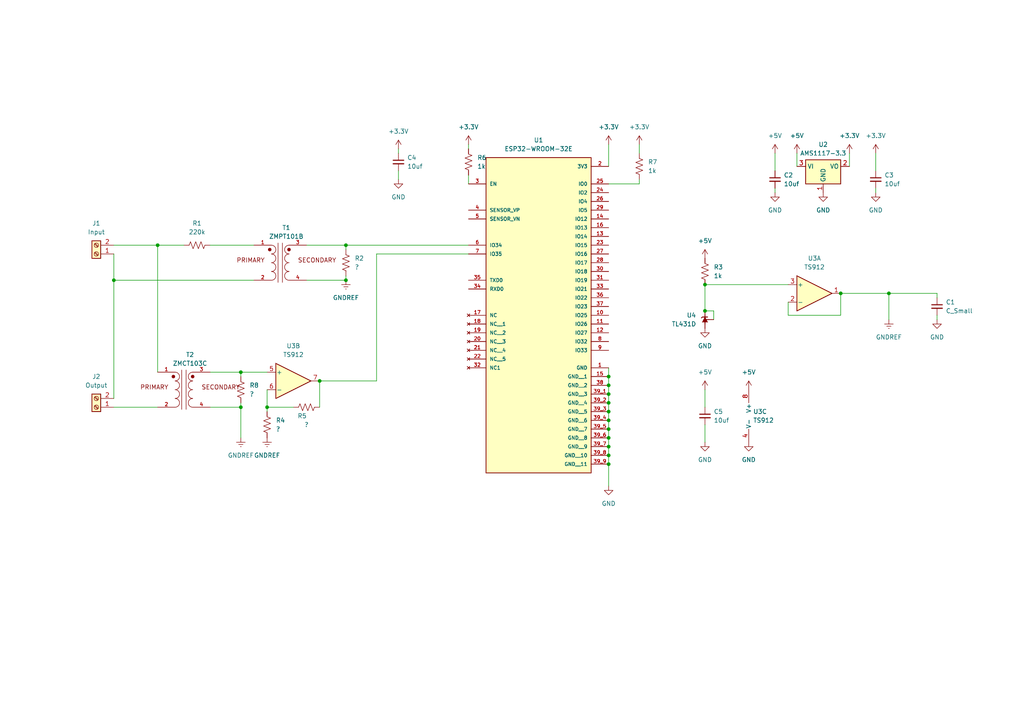
<source format=kicad_sch>
(kicad_sch (version 20230121) (generator eeschema)
  (paper "A4")
  (lib_symbols
    (symbol "Amplifier_Operational:TS912" (pin_names (offset 0.127))
      (property "Reference" "U" (at 0 5.08 0))
      (property "Value" "TS912" (at 0 -5.08 0))
      (symbol "TS912_1_1"
        (polyline (pts (xy -5.08 5.08) (xy 5.08 0) (xy -5.08 -5.08) (xy -5.08 5.08)) (stroke (width 0.254)) (fill (type background)))
        (pin output line (at 7.62 0 180) (length 2.54) (name "~") (number "1"))
        (pin input line (at -7.62 -2.54 0) (length 2.54) (name "-") (number "2"))
        (pin input line (at -7.62 2.54 0) (length 2.54) (name "+") (number "3"))
      )
      (symbol "TS912_2_1"
        (polyline (pts (xy -5.08 5.08) (xy 5.08 0) (xy -5.08 -5.08) (xy -5.08 5.08)) (stroke (width 0.254)) (fill (type background)))
        (pin input line (at -7.62 2.54 0) (length 2.54) (name "+") (number "5"))
        (pin input line (at -7.62 -2.54 0) (length 2.54) (name "-") (number "6"))
        (pin output line (at 7.62 0 180) (length 2.54) (name "~") (number "7"))
      )
      (symbol "TS912_3_1"
        (pin power_in line (at -2.54 -7.62 90) (length 3.81) (name "V-") (number "4"))
        (pin power_in line (at -2.54 7.62 270) (length 3.81) (name "V+") (number "8"))
      )
    )
    (symbol "Connector:Screw_Terminal_01x02" (pin_names (offset 1.016) hide)
      (property "Reference" "J" (at 0 2.54 0))
      (property "Value" "Screw_Terminal_01x02" (at 0 -5.08 0))
      (symbol "Screw_Terminal_01x02_1_1"
        (rectangle (start -1.27 1.27) (end 1.27 -3.81) (stroke (width 0.254)) (fill (type background)))
        (circle (center 0 -2.54) (radius 0.635) (stroke (width 0.1524)))
        (polyline (pts (xy -0.5334 -2.2098) (xy 0.3302 -3.048)) (stroke (width 0.1524)))
        (polyline (pts (xy -0.5334 0.3302) (xy 0.3302 -0.508)) (stroke (width 0.1524)))
        (polyline (pts (xy -0.3556 -2.032) (xy 0.508 -2.8702)) (stroke (width 0.1524)))
        (polyline (pts (xy -0.3556 0.508) (xy 0.508 -0.3302)) (stroke (width 0.1524)))
        (circle (center 0 0) (radius 0.635) (stroke (width 0.1524)))
        (pin passive line (at -5.08 0 0) (length 3.81) (name "Pin_1") (number "1"))
        (pin passive line (at -5.08 -2.54 0) (length 3.81) (name "Pin_2") (number "2"))
      )
    )
    (symbol "Device:C_Small" (pin_numbers hide) (pin_names (offset 0.254) hide)
      (property "Reference" "C" (at 0.254 1.778 0))
      (property "Value" "C_Small" (at 0.254 -2.032 0))
      (symbol "C_Small_0_1"
        (polyline (pts (xy -1.524 -0.508) (xy 1.524 -0.508)) (stroke (width 0.3302)))
        (polyline (pts (xy -1.524 0.508) (xy 1.524 0.508)) (stroke (width 0.3048)))
      )
      (symbol "C_Small_1_1"
        (pin passive line (at 0 2.54 270) (length 2.032) (name "~") (number "1"))
        (pin passive line (at 0 -2.54 90) (length 2.032) (name "~") (number "2"))
      )
    )
    (symbol "Device:R_US" (pin_numbers hide) (pin_names (offset 0))
      (property "Reference" "R" (at 2.54 0 90))
      (property "Value" "R_US" (at -2.54 0 90))
      (symbol "R_US_0_1"
        (polyline (pts (xy 0 -2.286) (xy 0 -2.54)))
        (polyline (pts (xy 0 2.286) (xy 0 2.54)))
        (polyline (pts (xy 0 -0.762) (xy 1.016 -1.143) (xy 0 -1.524) (xy -1.016 -1.905) (xy 0 -2.286)))
        (polyline (pts (xy 0 0.762) (xy 1.016 0.381) (xy 0 0) (xy -1.016 -0.381) (xy 0 -0.762)))
        (polyline (pts (xy 0 2.286) (xy 1.016 1.905) (xy 0 1.524) (xy -1.016 1.143) (xy 0 0.762)))
      )
      (symbol "R_US_1_1"
        (pin passive line (at 0 3.81 270) (length 1.27) (name "~") (number "1"))
        (pin passive line (at 0 -3.81 90) (length 1.27) (name "~") (number "2"))
      )
    )
    (symbol "ESP32-WROOM-32E__16MB_:ESP32-WROOM-32E" (pin_names (offset 1.016))
      (property "Reference" "U" (at -15.24 33.909 0))
      (property "Value" "ESP32-WROOM-32E" (at -15.24 -60.96 0))
      (symbol "ESP32-WROOM-32E_0_0"
        (rectangle (start -15.24 -58.42) (end 15.24 33.02) (stroke (width 0.254)) (fill (type background)))
        (pin power_in line (at 20.32 -27.94 180) (length 5.08) (name "GND") (number "1"))
        (pin bidirectional line (at 20.32 -12.7 180) (length 5.08) (name "IO25") (number "10"))
        (pin bidirectional line (at 20.32 -15.24 180) (length 5.08) (name "IO26") (number "11"))
        (pin bidirectional line (at 20.32 -17.78 180) (length 5.08) (name "IO27") (number "12"))
        (pin bidirectional line (at 20.32 10.16 180) (length 5.08) (name "IO14") (number "13"))
        (pin bidirectional line (at 20.32 15.24 180) (length 5.08) (name "IO12") (number "14"))
        (pin power_in line (at 20.32 -30.48 180) (length 5.08) (name "GND__1") (number "15"))
        (pin bidirectional line (at 20.32 12.7 180) (length 5.08) (name "IO13") (number "16"))
        (pin no_connect line (at -20.32 -12.7 0) (length 5.08) (name "NC") (number "17"))
        (pin no_connect line (at -20.32 -15.24 0) (length 5.08) (name "NC__1") (number "18"))
        (pin no_connect line (at -20.32 -17.78 0) (length 5.08) (name "NC__2") (number "19"))
        (pin power_in line (at 20.32 30.48 180) (length 5.08) (name "3V3") (number "2"))
        (pin no_connect line (at -20.32 -20.32 0) (length 5.08) (name "NC__3") (number "20"))
        (pin no_connect line (at -20.32 -22.86 0) (length 5.08) (name "NC__4") (number "21"))
        (pin no_connect line (at -20.32 -25.4 0) (length 5.08) (name "NC__5") (number "22"))
        (pin bidirectional line (at 20.32 7.62 180) (length 5.08) (name "IO15") (number "23"))
        (pin bidirectional line (at 20.32 22.86 180) (length 5.08) (name "IO2") (number "24"))
        (pin bidirectional line (at 20.32 25.4 180) (length 5.08) (name "IO0") (number "25"))
        (pin bidirectional line (at 20.32 20.32 180) (length 5.08) (name "IO4") (number "26"))
        (pin bidirectional line (at 20.32 5.08 180) (length 5.08) (name "IO16") (number "27"))
        (pin bidirectional line (at 20.32 2.54 180) (length 5.08) (name "IO17") (number "28"))
        (pin bidirectional line (at 20.32 17.78 180) (length 5.08) (name "IO5") (number "29"))
        (pin input line (at -20.32 25.4 0) (length 5.08) (name "EN") (number "3"))
        (pin bidirectional line (at 20.32 0 180) (length 5.08) (name "IO18") (number "30"))
        (pin bidirectional line (at 20.32 -2.54 180) (length 5.08) (name "IO19") (number "31"))
        (pin no_connect line (at -20.32 -27.94 0) (length 5.08) (name "NC1") (number "32"))
        (pin bidirectional line (at 20.32 -5.08 180) (length 5.08) (name "IO21") (number "33"))
        (pin bidirectional line (at -20.32 -5.08 0) (length 5.08) (name "RXD0") (number "34"))
        (pin bidirectional line (at -20.32 -2.54 0) (length 5.08) (name "TXD0") (number "35"))
        (pin bidirectional line (at 20.32 -7.62 180) (length 5.08) (name "IO22") (number "36"))
        (pin bidirectional line (at 20.32 -10.16 180) (length 5.08) (name "IO23") (number "37"))
        (pin power_in line (at 20.32 -33.02 180) (length 5.08) (name "GND__2") (number "38"))
        (pin power_in line (at 20.32 -35.56 180) (length 5.08) (name "GND__3") (number "39_1"))
        (pin power_in line (at 20.32 -38.1 180) (length 5.08) (name "GND__4") (number "39_2"))
        (pin power_in line (at 20.32 -40.64 180) (length 5.08) (name "GND__5") (number "39_3"))
        (pin power_in line (at 20.32 -43.18 180) (length 5.08) (name "GND__6") (number "39_4"))
        (pin power_in line (at 20.32 -45.72 180) (length 5.08) (name "GND__7") (number "39_5"))
        (pin power_in line (at 20.32 -48.26 180) (length 5.08) (name "GND__8") (number "39_6"))
        (pin power_in line (at 20.32 -50.8 180) (length 5.08) (name "GND__9") (number "39_7"))
        (pin power_in line (at 20.32 -53.34 180) (length 5.08) (name "GND__10") (number "39_8"))
        (pin power_in line (at 20.32 -55.88 180) (length 5.08) (name "GND__11") (number "39_9"))
        (pin input line (at -20.32 17.78 0) (length 5.08) (name "SENSOR_VP") (number "4"))
        (pin input line (at -20.32 15.24 0) (length 5.08) (name "SENSOR_VN") (number "5"))
        (pin input line (at -20.32 7.62 0) (length 5.08) (name "IO34") (number "6"))
        (pin input line (at -20.32 5.08 0) (length 5.08) (name "IO35") (number "7"))
        (pin bidirectional line (at 20.32 -20.32 180) (length 5.08) (name "IO32") (number "8"))
        (pin bidirectional line (at 20.32 -22.86 180) (length 5.08) (name "IO33") (number "9"))
      )
    )
    (symbol "Reference_Voltage:TL431D" (pin_numbers hide) (pin_names hide)
      (property "Reference" "U" (at 0 -2.54 0))
      (property "Value" "TL431D" (at 0 -4.445 0))
      (symbol "TL431D_0_1"
        (polyline (pts (xy -1.27 0) (xy 0 0) (xy 1.27 0)))
        (polyline (pts (xy -0.762 0.762) (xy 0.762 0) (xy -0.762 -0.762)) (fill (type outline)))
        (polyline (pts (xy 0.508 -1.016) (xy 0.762 -0.762) (xy 0.762 0.762) (xy 0.762 0.762)) (stroke (width 0.254)))
      )
      (symbol "TL431D_1_1"
        (polyline (pts (xy 0 1.27) (xy 0 0)))
        (pin passive line (at 2.54 0 180) (length 2.54) (name "K") (number "1"))
        (pin passive line (at -2.54 0 0) (length 2.54) (name "A") (number "2"))
        (pin passive line (at -2.54 0 0) (length 2.54) hide (name "A") (number "3"))
        (pin passive line (at -2.54 0 0) (length 2.54) hide (name "A") (number "6"))
        (pin passive line (at -2.54 0 0) (length 2.54) hide (name "A") (number "7"))
        (pin passive line (at 0 2.54 270) (length 2.54) (name "REF") (number "8"))
      )
    )
    (symbol "Regulator_Linear:AMS1117-3.3"
      (property "Reference" "U" (at -3.81 3.175 0))
      (property "Value" "AMS1117-3.3" (at 0 3.175 0))
      (symbol "AMS1117-3.3_0_1"
        (rectangle (start -5.08 -5.08) (end 5.08 1.905) (stroke (width 0.254)) (fill (type background)))
      )
      (symbol "AMS1117-3.3_1_1"
        (pin power_in line (at 0 -7.62 90) (length 2.54) (name "GND") (number "1"))
        (pin power_out line (at 7.62 0 180) (length 2.54) (name "VO") (number "2"))
        (pin power_in line (at -7.62 0 0) (length 2.54) (name "VI") (number "3"))
      )
    )
    (symbol "ZMPT101B:ZMPT101B" (pin_names (offset 1.016))
      (property "Reference" "T" (at -5.0839 7.6279 0))
      (property "Value" "ZMPT101B" (at -5.0814 -7.6227 0))
      (symbol "ZMPT101B_0_0"
        (circle (center -3.048 3.81) (radius 0.254) (stroke (width 0.508)))
        (arc (start -2.54 -5.08) (mid -1.2755 -3.81) (end -2.54 -2.54) (stroke (width 0.1524)))
        (arc (start -2.54 -2.54) (mid -1.2755 -1.27) (end -2.54 0) (stroke (width 0.1524)))
        (arc (start -2.54 0) (mid -1.2755 1.27) (end -2.54 2.54) (stroke (width 0.1524)))
        (arc (start -2.54 2.54) (mid -1.2755 3.81) (end -2.54 5.08) (stroke (width 0.1524)))
        (polyline (pts (xy -0.635 5.715) (xy -0.635 -5.715)) (stroke (width 0.1524)))
        (polyline (pts (xy 0.635 5.715) (xy 0.635 -5.715)) (stroke (width 0.1524)))
        (arc (start 2.54 -2.54) (mid 1.2755 -3.81) (end 2.54 -5.08) (stroke (width 0.1524)))
        (arc (start 2.54 0) (mid 1.2755 -1.27) (end 2.54 -2.54) (stroke (width 0.1524)))
        (arc (start 2.54 2.54) (mid 1.2755 1.27) (end 2.54 0) (stroke (width 0.1524)))
        (circle (center 2.54 3.81) (radius 0.254) (stroke (width 0.508)))
        (arc (start 2.54 5.08) (mid 1.2755 3.81) (end 2.54 2.54) (stroke (width 0.1524)))
        (text "PRIMARY" (at -12.7 0 0) (effects (font (size 1.27 1.27)) (justify left bottom)))
        (text "SECONDARY" (at 5.08 0 0) (effects (font (size 1.27 1.27)) (justify left bottom)))
        (pin passive line (at -7.62 5.08 0) (length 5.08) (name "~") (number "1"))
        (pin passive line (at -7.62 -5.08 0) (length 5.08) (name "~") (number "2"))
        (pin passive line (at 7.62 5.08 180) (length 5.08) (name "~") (number "3"))
        (pin passive line (at 7.62 -5.08 180) (length 5.08) (name "~") (number "4"))
      )
    )
    (symbol "power:+3.3V" (power) (pin_names (offset 0))
      (property "Value" "+3.3V" (at 0 3.556 0))
      (symbol "+3.3V_0_1"
        (polyline (pts (xy -0.762 1.27) (xy 0 2.54)))
        (polyline (pts (xy 0 0) (xy 0 2.54)))
        (polyline (pts (xy 0 2.54) (xy 0.762 1.27)))
      )
      (symbol "+3.3V_1_1"
        (pin power_in line (at 0 0 90) (length 0) hide (name "+3.3V") (number "1"))
      )
    )
    (symbol "power:+5V" (power) (pin_names (offset 0))
      (property "Value" "+5V" (at 0 3.556 0))
      (symbol "+5V_0_1"
        (polyline (pts (xy -0.762 1.27) (xy 0 2.54)))
        (polyline (pts (xy 0 0) (xy 0 2.54)))
        (polyline (pts (xy 0 2.54) (xy 0.762 1.27)))
      )
      (symbol "+5V_1_1"
        (pin power_in line (at 0 0 90) (length 0) hide (name "+5V") (number "1"))
      )
    )
    (symbol "power:GND" (power) (pin_names (offset 0))
      (property "Value" "GND" (at 0 -3.81 0))
      (symbol "GND_0_1"
        (polyline (pts (xy 0 0) (xy 0 -1.27) (xy 1.27 -1.27) (xy 0 -2.54) (xy -1.27 -1.27) (xy 0 -1.27)))
      )
      (symbol "GND_1_1"
        (pin power_in line (at 0 0 270) (length 0) hide (name "GND") (number "1"))
      )
    )
    (symbol "power:GNDREF" (power) (pin_names (offset 0))
      (property "Value" "GNDREF" (at 0 -3.81 0))
      (symbol "GNDREF_0_1"
        (polyline (pts (xy -0.635 -1.905) (xy 0.635 -1.905)))
        (polyline (pts (xy -0.127 -2.54) (xy 0.127 -2.54)))
        (polyline (pts (xy 0 -1.27) (xy 0 0)))
        (polyline (pts (xy 1.27 -1.27) (xy -1.27 -1.27)))
      )
      (symbol "GNDREF_1_1"
        (pin power_in line (at 0 0 270) (length 0) hide (name "GNDREF") (number "1"))
      )
    )
  )
  (junction (at 243.84 85.09))
  (junction (at 176.53 114.3))
  (junction (at 176.53 132.08))
  (junction (at 92.71 110.49))
  (junction (at 100.33 71.12))
  (junction (at 69.85 118.11))
  (junction (at 176.53 109.22))
  (junction (at 33.02 81.28))
  (junction (at 176.53 121.92))
  (junction (at 45.72 71.12))
  (junction (at 204.47 90.17))
  (junction (at 77.47 118.11))
  (junction (at 69.85 107.95))
  (junction (at 176.53 119.38))
  (junction (at 257.81 85.09))
  (junction (at 100.33 81.28))
  (junction (at 176.53 134.62))
  (junction (at 176.53 127))
  (junction (at 204.47 82.55))
  (junction (at 176.53 111.76))
  (junction (at 176.53 124.46))
  (junction (at 176.53 129.54))
  (junction (at 176.53 116.84))
  (wire (pts (xy 77.47 118.11) (xy 77.47 119.38)))
  (wire (pts (xy 100.33 71.12) (xy 135.89 71.12)))
  (wire (pts (xy 33.02 115.57) (xy 33.02 81.28)))
  (wire (pts (xy 204.47 82.55) (xy 204.47 90.17)))
  (wire (pts (xy 92.71 110.49) (xy 92.71 118.11)))
  (wire (pts (xy 135.89 73.66) (xy 109.22 73.66)))
  (wire (pts (xy 207.01 92.71) (xy 207.01 90.17)))
  (wire (pts (xy 176.53 132.08) (xy 176.53 134.62)))
  (wire (pts (xy 69.85 107.95) (xy 77.47 107.95)))
  (wire (pts (xy 77.47 113.03) (xy 77.47 118.11)))
  (wire (pts (xy 100.33 71.12) (xy 100.33 72.39)))
  (wire (pts (xy 115.57 49.53) (xy 115.57 52.07)))
  (wire (pts (xy 45.72 71.12) (xy 45.72 107.95)))
  (wire (pts (xy 176.53 116.84) (xy 176.53 119.38)))
  (wire (pts (xy 254 44.45) (xy 254 49.53)))
  (wire (pts (xy 60.96 118.11) (xy 69.85 118.11)))
  (wire (pts (xy 69.85 118.11) (xy 69.85 127)))
  (wire (pts (xy 224.79 44.45) (xy 224.79 49.53)))
  (wire (pts (xy 33.02 73.66) (xy 33.02 81.28)))
  (wire (pts (xy 176.53 111.76) (xy 176.53 114.3)))
  (wire (pts (xy 88.9 71.12) (xy 100.33 71.12)))
  (wire (pts (xy 135.89 41.91) (xy 135.89 43.18)))
  (wire (pts (xy 176.53 124.46) (xy 176.53 127)))
  (wire (pts (xy 135.89 50.8) (xy 135.89 53.34)))
  (wire (pts (xy 243.84 91.44) (xy 243.84 85.09)))
  (wire (pts (xy 185.42 41.91) (xy 185.42 44.45)))
  (wire (pts (xy 109.22 110.49) (xy 92.71 110.49)))
  (wire (pts (xy 204.47 123.19) (xy 204.47 128.27)))
  (wire (pts (xy 176.53 114.3) (xy 176.53 116.84)))
  (wire (pts (xy 185.42 53.34) (xy 185.42 52.07)))
  (wire (pts (xy 115.57 43.18) (xy 115.57 44.45)))
  (wire (pts (xy 176.53 119.38) (xy 176.53 121.92)))
  (wire (pts (xy 176.53 41.91) (xy 176.53 48.26)))
  (wire (pts (xy 257.81 85.09) (xy 257.81 92.71)))
  (wire (pts (xy 176.53 109.22) (xy 176.53 111.76)))
  (wire (pts (xy 69.85 107.95) (xy 69.85 109.22)))
  (wire (pts (xy 204.47 82.55) (xy 228.6 82.55)))
  (wire (pts (xy 109.22 73.66) (xy 109.22 110.49)))
  (wire (pts (xy 69.85 116.84) (xy 69.85 118.11)))
  (wire (pts (xy 271.78 86.36) (xy 271.78 85.09)))
  (wire (pts (xy 88.9 81.28) (xy 100.33 81.28)))
  (wire (pts (xy 33.02 118.11) (xy 45.72 118.11)))
  (wire (pts (xy 176.53 106.68) (xy 176.53 109.22)))
  (wire (pts (xy 224.79 54.61) (xy 224.79 55.88)))
  (wire (pts (xy 33.02 71.12) (xy 45.72 71.12)))
  (wire (pts (xy 60.96 107.95) (xy 69.85 107.95)))
  (wire (pts (xy 33.02 81.28) (xy 73.66 81.28)))
  (wire (pts (xy 176.53 53.34) (xy 185.42 53.34)))
  (wire (pts (xy 207.01 90.17) (xy 204.47 90.17)))
  (wire (pts (xy 271.78 85.09) (xy 257.81 85.09)))
  (wire (pts (xy 176.53 129.54) (xy 176.53 132.08)))
  (wire (pts (xy 77.47 118.11) (xy 85.09 118.11)))
  (wire (pts (xy 176.53 127) (xy 176.53 129.54)))
  (wire (pts (xy 176.53 121.92) (xy 176.53 124.46)))
  (wire (pts (xy 257.81 85.09) (xy 243.84 85.09)))
  (wire (pts (xy 204.47 113.03) (xy 204.47 118.11)))
  (wire (pts (xy 228.6 91.44) (xy 243.84 91.44)))
  (wire (pts (xy 60.96 71.12) (xy 73.66 71.12)))
  (wire (pts (xy 176.53 134.62) (xy 176.53 140.97)))
  (wire (pts (xy 231.14 44.45) (xy 231.14 48.26)))
  (wire (pts (xy 254 54.61) (xy 254 55.88)))
  (wire (pts (xy 228.6 87.63) (xy 228.6 91.44)))
  (wire (pts (xy 100.33 81.28) (xy 100.33 80.01)))
  (wire (pts (xy 271.78 92.71) (xy 271.78 91.44)))
  (wire (pts (xy 45.72 71.12) (xy 53.34 71.12)))
  (wire (pts (xy 246.38 44.45) (xy 246.38 48.26)))
  (symbol (lib_id "power:GND") (at 217.17 128.27 0) (unit 1)
    (property "Reference" "#PWR06" (effects hide))
    (property "Value" "GND" (at 217.17 133.35 0))
  )
  (symbol (lib_id "power:GNDREF") (at 257.81 92.71 0) (unit 1)
    (property "Reference" "#PWR010" (effects hide))
    (property "Value" "GNDREF" (at 257.81 97.79 0))
  )
  (symbol (lib_id "power:GND") (at 254 55.88 0) (unit 1)
    (property "Reference" "#PWR019" (effects hide))
    (property "Value" "GND" (at 254 60.96 0))
  )
  (symbol (lib_id "Device:R_US") (at 100.33 76.2 0) (unit 1)
    (property "Reference" "R2" (at 102.87 74.93 0) (effects (justify left)))
    (property "Value" "?" (at 102.87 77.47 0) (effects (justify left)))
  )
  (symbol (lib_id "Amplifier_Operational:TS912") (at 236.22 85.09 0) (unit 1)
    (property "Reference" "U3" (at 236.22 74.93 0))
    (property "Value" "TS912" (at 236.22 77.47 0))
    (property "Datasheet" "www.st.com/resource/en/datasheet/ts912.pdf" (effects hide))
  )
  (symbol (lib_id "power:GND") (at 115.57 52.07 0) (unit 1)
    (property "Reference" "#PWR021" (effects hide))
    (property "Value" "GND" (at 115.57 57.15 0))
  )
  (symbol (lib_id "power:+3.3V") (at 115.57 43.18 0) (unit 1)
    (property "Reference" "#PWR020" (effects hide))
    (property "Value" "+3.3V" (at 115.57 38.1 0))
  )
  (symbol (lib_id "Amplifier_Operational:TS912") (at 85.09 110.49 0) (unit 2)
    (property "Reference" "U3" (at 85.09 100.33 0))
    (property "Value" "TS912" (at 85.09 102.87 0))
    (property "Datasheet" "www.st.com/resource/en/datasheet/ts912.pdf" (effects hide))
  )
  (symbol (lib_id "Regulator_Linear:AMS1117-3.3") (at 238.76 48.26 0) (unit 1)
    (property "Reference" "U2" (at 238.76 41.91 0))
    (property "Value" "AMS1117-3.3" (at 238.76 44.45 0))
    (property "Footprint" "Package_TO_SOT_SMD:SOT-223-3_TabPin2" (effects hide))
    (property "Datasheet" "http://www.advanced-monolithic.com/pdf/ds1117.pdf" (effects hide))
  )
  (symbol (lib_id "power:+5V") (at 224.79 44.45 0) (unit 1)
    (property "Reference" "#PWR017" (effects hide))
    (property "Value" "+5V" (at 224.79 39.37 0))
  )
  (symbol (lib_id "power:+5V") (at 231.14 44.45 0) (unit 1)
    (property "Reference" "#PWR05" (effects hide))
    (property "Value" "+5V" (at 231.14 39.37 0))
  )
  (symbol (lib_id "power:+3.3V") (at 254 44.45 0) (unit 1)
    (property "Reference" "#PWR018" (effects hide))
    (property "Value" "+3.3V" (at 254 39.37 0))
  )
  (symbol (lib_id "power:+3.3V") (at 135.89 41.91 0) (unit 1)
    (property "Reference" "#PWR013" (effects hide))
    (property "Value" "+3.3V" (at 135.89 36.83 0))
  )
  (symbol (lib_id "power:GND") (at 271.78 92.71 0) (unit 1)
    (property "Reference" "#PWR022" (effects hide))
    (property "Value" "GND" (at 271.78 97.79 0))
  )
  (symbol (lib_id "Device:C_Small") (at 254 52.07 0) (unit 1)
    (property "Reference" "C3" (at 256.54 50.8063 0) (effects (justify left)))
    (property "Value" "10uf" (at 256.54 53.3463 0) (effects (justify left)))
  )
  (symbol (lib_id "power:GNDREF") (at 77.47 127 0) (unit 1)
    (property "Reference" "#PWR012" (effects hide))
    (property "Value" "GNDREF" (at 77.47 132.08 0))
  )
  (symbol (lib_id "power:+5V") (at 204.47 74.93 0) (unit 1)
    (property "Reference" "#PWR03" (effects hide))
    (property "Value" "+5V" (at 204.47 69.85 0))
  )
  (symbol (lib_id "power:+5V") (at 204.47 113.03 0) (unit 1)
    (property "Reference" "#PWR023" (effects hide))
    (property "Value" "+5V" (at 204.47 107.95 0))
  )
  (symbol (lib_id "Connector:Screw_Terminal_01x02") (at 27.94 118.11 180) (unit 1)
    (property "Reference" "J2" (at 27.94 109.22 0))
    (property "Value" "Output" (at 27.94 111.76 0))
  )
  (symbol (lib_id "power:+3.3V") (at 176.53 41.91 0) (unit 1)
    (property "Reference" "#PWR09" (effects hide))
    (property "Value" "+3.3V" (at 176.53 36.83 0))
  )
  (symbol (lib_id "Device:R_US") (at 57.15 71.12 90) (unit 1)
    (property "Reference" "R1" (at 57.15 64.77 90))
    (property "Value" "220k" (at 57.15 67.31 90))
  )
  (symbol (lib_id "ESP32-WROOM-32E__16MB_:ESP32-WROOM-32E") (at 156.21 78.74 0) (unit 1)
    (property "Reference" "U1" (at 156.21 40.64 0))
    (property "Value" "ESP32-WROOM-32E" (at 156.21 43.18 0))
    (property "Footprint" "ESP32-WROOM-32E__16MB_:XCVR_ESP32-WROOM-32E__16MB_" (effects hide))
    (property "MF" "Espressif Systems" (effects hide))
    (property "MAXIMUM_PACKAGE_HEIGHT" "3.25mm" (effects hide))
    (property "Package" "SMD-44 Espressif Systems" (effects hide))
    (property "Price" "None" (effects hide))
    (property "Check_prices" "https://www.snapeda.com/parts/ESP32-WROOM-32E%20(16MB)/Espressif+Systems/view-part/?ref=eda" (effects hide))
    (property "STANDARD" "Manufacturer Recommendations" (effects hide))
    (property "PARTREV" "1.4" (effects hide))
    (property "SnapEDA_Link" "https://www.snapeda.com/parts/ESP32-WROOM-32E%20(16MB)/Espressif+Systems/view-part/?ref=snap" (effects hide))
    (property "MP" "ESP32-WROOM-32E (16MB)" (effects hide))
    (property "Description" "\nBluetooth, WiFi 802.11b/g/n, Bluetooth v4.2 +EDR, Class 1, 2 and 3 Transceiver Module 2.4GHz ~ 2.5GHz Integrated, Trace Surface Mount\n" (effects hide))
    (property "Availability" "Not in stock" (effects hide))
    (property "MANUFACTURER" "Espressif Systems" (effects hide))
  )
  (symbol (lib_id "Device:R_US") (at 185.42 48.26 180) (unit 1)
    (property "Reference" "R7" (at 187.96 46.99 0) (effects (justify right)))
    (property "Value" "1k" (at 187.96 49.53 0) (effects (justify right)))
  )
  (symbol (lib_id "Device:C_Small") (at 204.47 120.65 0) (unit 1)
    (property "Reference" "C5" (at 207.01 119.3863 0) (effects (justify left)))
    (property "Value" "10uf" (at 207.01 121.9263 0) (effects (justify left)))
  )
  (symbol (lib_id "power:GND") (at 238.76 55.88 0) (unit 1)
    (property "Reference" "#PWR07" (effects hide))
    (property "Value" "GND" (at 238.76 60.96 0))
  )
  (symbol (lib_id "Device:C_Small") (at 224.79 52.07 0) (unit 1)
    (property "Reference" "C2" (at 227.33 50.8063 0) (effects (justify left)))
    (property "Value" "10uf" (at 227.33 53.3463 0) (effects (justify left)))
  )
  (symbol (lib_id "power:GND") (at 224.79 55.88 0) (unit 1)
    (property "Reference" "#PWR016" (effects hide))
    (property "Value" "GND" (at 224.79 60.96 0))
  )
  (symbol (lib_id "Device:R_US") (at 204.47 78.74 0) (unit 1)
    (property "Reference" "R3" (at 207.01 77.47 0) (effects (justify left)))
    (property "Value" "1k" (at 207.01 80.01 0) (effects (justify left)))
  )
  (symbol (lib_id "Device:R_US") (at 88.9 118.11 90) (unit 1)
    (property "Reference" "R5" (at 87.63 120.65 90))
    (property "Value" "?" (at 88.9 123.19 90))
  )
  (symbol (lib_id "power:GNDREF") (at 100.33 81.28 0) (unit 1)
    (property "Reference" "#PWR011" (effects hide))
    (property "Value" "GNDREF" (at 100.33 86.36 0))
  )
  (symbol (lib_id "power:GND") (at 176.53 140.97 0) (unit 1)
    (property "Reference" "#PWR02" (effects hide))
    (property "Value" "GND" (at 176.53 146.05 0))
  )
  (symbol (lib_id "power:GNDREF") (at 69.85 127 0) (unit 1)
    (property "Reference" "#PWR015" (effects hide))
    (property "Value" "GNDREF" (at 69.85 132.08 0))
  )
  (symbol (lib_id "Device:C_Small") (at 271.78 88.9 0) (unit 1)
    (property "Reference" "C1" (at 274.32 87.6363 0) (effects (justify left)))
    (property "Value" "C_Small" (at 274.32 90.1763 0) (effects (justify left)))
  )
  (symbol (lib_id "Device:C_Small") (at 115.57 46.99 0) (unit 1)
    (property "Reference" "C4" (at 118.11 45.7263 0) (effects (justify left)))
    (property "Value" "10uf" (at 118.11 48.2663 0) (effects (justify left)))
  )
  (symbol (lib_id "Amplifier_Operational:TS912") (at 219.71 120.65 0) (unit 3)
    (property "Reference" "U3" (at 218.44 119.38 0) (effects (justify left)))
    (property "Value" "TS912" (at 218.44 121.92 0) (effects (justify left)))
    (property "Datasheet" "www.st.com/resource/en/datasheet/ts912.pdf" (effects hide))
  )
  (symbol (lib_id "power:GND") (at 204.47 95.25 0) (unit 1)
    (property "Reference" "#PWR01" (effects hide))
    (property "Value" "GND" (at 204.47 100.33 0))
  )
  (symbol (lib_id "power:+5V") (at 217.17 113.03 0) (unit 1)
    (property "Reference" "#PWR04" (effects hide))
    (property "Value" "+5V" (at 217.17 107.95 0))
  )
  (symbol (lib_id "Device:R_US") (at 77.47 123.19 180) (unit 1)
    (property "Reference" "R4" (at 80.01 121.92 0) (effects (justify right)))
    (property "Value" "?" (at 80.01 124.46 0) (effects (justify right)))
  )
  (symbol (lib_id "Reference_Voltage:TL431D") (at 204.47 92.71 270) (mirror x) (unit 1)
    (property "Reference" "U4" (at 201.93 91.44 90) (effects (justify right)))
    (property "Value" "TL431D" (at 201.93 93.98 90) (effects (justify right)))
    (property "Footprint" "Package_SO:SOIC-8_3.9x4.9mm_P1.27mm" (effects hide))
    (property "Datasheet" "http://www.ti.com/lit/ds/symlink/tl431.pdf" (effects hide))
  )
  (symbol (lib_id "Connector:Screw_Terminal_01x02") (at 27.94 73.66 180) (unit 1)
    (property "Reference" "J1" (at 27.94 64.77 0))
    (property "Value" "Input" (at 27.94 67.31 0))
  )
  (symbol (lib_id "Device:R_US") (at 69.85 113.03 0) (unit 1)
    (property "Reference" "R8" (at 72.39 111.76 0) (effects (justify left)))
    (property "Value" "?" (at 72.39 114.3 0) (effects (justify left)))
  )
  (symbol (lib_id "power:GND") (at 204.47 128.27 0) (unit 1)
    (property "Reference" "#PWR024" (effects hide))
    (property "Value" "GND" (at 204.47 133.35 0))
  )
  (symbol (lib_id "Device:R_US") (at 135.89 46.99 0) (unit 1)
    (property "Reference" "R6" (at 138.43 45.72 0) (effects (justify left)))
    (property "Value" "1k" (at 138.43 48.26 0) (effects (justify left)))
  )
  (symbol (lib_id "power:+3.3V") (at 185.42 41.91 0) (unit 1)
    (property "Reference" "#PWR014" (effects hide))
    (property "Value" "+3.3V" (at 185.42 36.83 0))
  )
  (symbol (lib_id "power:+3.3V") (at 246.38 44.45 0) (unit 1)
    (property "Reference" "#PWR08" (effects hide))
    (property "Value" "+3.3V" (at 246.38 39.37 0))
  )
  (symbol (lib_id "ZMPT101B:ZMPT101B") (at 53.34 113.03 0) (unit 1)
    (property "Reference" "T2" (at 55.1048 102.87 0))
    (property "Value" "ZMCT103C" (at 55.1048 105.41 0))
    (property "Package" "None" (effects hide))
    (property "Price" "None" (effects hide))
    (property "Description" "\nCurrent-type Voltage Transformer\n" (effects hide))
  )
  (symbol (lib_id "ZMPT101B:ZMPT101B") (at 81.28 76.2 0) (unit 1)
    (property "Reference" "T1" (at 83.0448 66.04 0))
    (property "Value" "ZMPT101B" (at 83.0448 68.58 0))
    (property "Package" "None" (effects hide))
    (property "Price" "None" (effects hide))
    (property "Description" "\nCurrent-type Voltage Transformer\n" (effects hide))
  )
)
</source>
